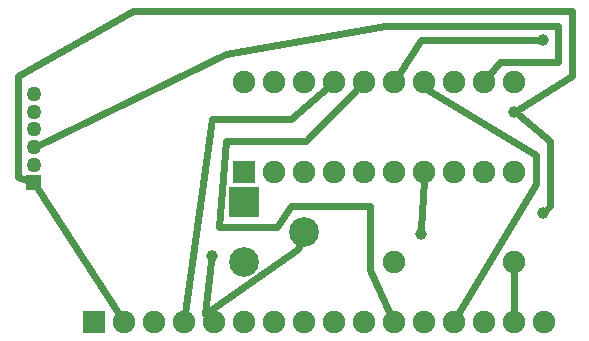
<source format=gbl>
G04 MADE WITH FRITZING*
G04 WWW.FRITZING.ORG*
G04 DOUBLE SIDED*
G04 HOLES PLATED*
G04 CONTOUR ON CENTER OF CONTOUR VECTOR*
%ASAXBY*%
%FSLAX23Y23*%
%MOIN*%
%OFA0B0*%
%SFA1.0B1.0*%
%ADD10C,0.075000*%
%ADD11C,0.099000*%
%ADD12C,0.050000*%
%ADD13C,0.039370*%
%ADD14R,0.075000X0.075000*%
%ADD15R,0.099000X0.099000*%
%ADD16C,0.024000*%
%ADD17R,0.001000X0.001000*%
%LNCOPPER0*%
G90*
G70*
G54D10*
X802Y578D03*
X802Y878D03*
X902Y578D03*
X902Y878D03*
X1002Y578D03*
X1002Y878D03*
X1102Y578D03*
X1102Y878D03*
X1202Y578D03*
X1202Y878D03*
X1302Y578D03*
X1302Y878D03*
X1402Y578D03*
X1402Y878D03*
X1502Y578D03*
X1502Y878D03*
X1602Y578D03*
X1602Y878D03*
X1702Y578D03*
X1702Y878D03*
X1702Y278D03*
X1302Y278D03*
G54D11*
X802Y278D03*
X802Y478D03*
X1002Y378D03*
G54D12*
X102Y542D03*
X102Y601D03*
X102Y660D03*
X102Y719D03*
X102Y778D03*
X102Y837D03*
G54D10*
X302Y78D03*
X402Y78D03*
X502Y78D03*
X602Y78D03*
X702Y78D03*
X802Y78D03*
X902Y78D03*
X1002Y78D03*
X1102Y78D03*
X1202Y78D03*
X1302Y78D03*
X1402Y78D03*
X1502Y78D03*
X1602Y78D03*
X1702Y78D03*
X1802Y78D03*
G54D13*
X1800Y1017D03*
X1704Y777D03*
X1800Y441D03*
X1392Y369D03*
X696Y297D03*
G54D14*
X802Y578D03*
G54D15*
X802Y478D03*
G54D14*
X302Y78D03*
G54D16*
X1702Y106D02*
X1702Y249D01*
D02*
X1415Y852D02*
X1416Y849D01*
D02*
X1416Y849D02*
X1776Y633D01*
D02*
X1776Y633D02*
X1776Y537D01*
D02*
X1776Y537D02*
X1517Y102D01*
D02*
X1182Y857D02*
X1008Y681D01*
D02*
X1008Y681D02*
X744Y681D01*
D02*
X744Y681D02*
X720Y393D01*
D02*
X720Y393D02*
X912Y393D01*
D02*
X912Y393D02*
X960Y465D01*
D02*
X960Y465D02*
X1224Y465D01*
D02*
X1224Y465D02*
X1224Y249D01*
D02*
X1224Y249D02*
X1290Y104D01*
D02*
X1081Y859D02*
X960Y753D01*
D02*
X960Y753D02*
X696Y753D01*
D02*
X696Y753D02*
X606Y106D01*
D02*
X1318Y902D02*
X1392Y1017D01*
D02*
X1392Y1017D02*
X1781Y1017D01*
D02*
X1620Y900D02*
X1656Y945D01*
D02*
X1656Y945D02*
X1848Y945D01*
D02*
X1848Y945D02*
X1848Y1065D01*
D02*
X1848Y1065D02*
X1272Y1065D01*
D02*
X1272Y1065D02*
X744Y969D01*
D02*
X744Y969D02*
X126Y671D01*
D02*
X117Y519D02*
X387Y102D01*
D02*
X1720Y787D02*
X1896Y897D01*
D02*
X1896Y897D02*
X1896Y1113D01*
D02*
X1896Y1113D02*
X432Y1113D01*
D02*
X432Y1113D02*
X48Y897D01*
D02*
X48Y897D02*
X48Y561D01*
D02*
X48Y561D02*
X77Y551D01*
D02*
X1813Y455D02*
X1824Y465D01*
D02*
X1824Y465D02*
X1824Y681D01*
D02*
X1824Y681D02*
X1719Y766D01*
D02*
X1393Y388D02*
X1401Y549D01*
D02*
X693Y279D02*
X672Y105D01*
D02*
X672Y105D02*
X681Y97D01*
D02*
X992Y348D02*
X984Y321D01*
D02*
X984Y321D02*
X672Y105D01*
G54D17*
X77Y567D02*
X126Y567D01*
X77Y566D02*
X126Y566D01*
X77Y565D02*
X126Y565D01*
X77Y564D02*
X126Y564D01*
X77Y563D02*
X126Y563D01*
X77Y562D02*
X126Y562D01*
X77Y561D02*
X126Y561D01*
X77Y560D02*
X126Y560D01*
X77Y559D02*
X126Y559D01*
X77Y558D02*
X97Y558D01*
X106Y558D02*
X126Y558D01*
X77Y557D02*
X95Y557D01*
X109Y557D02*
X126Y557D01*
X77Y556D02*
X93Y556D01*
X111Y556D02*
X126Y556D01*
X77Y555D02*
X91Y555D01*
X112Y555D02*
X126Y555D01*
X77Y554D02*
X90Y554D01*
X113Y554D02*
X126Y554D01*
X77Y553D02*
X89Y553D01*
X114Y553D02*
X126Y553D01*
X77Y552D02*
X88Y552D01*
X115Y552D02*
X126Y552D01*
X77Y551D02*
X88Y551D01*
X116Y551D02*
X126Y551D01*
X77Y550D02*
X87Y550D01*
X116Y550D02*
X126Y550D01*
X77Y549D02*
X87Y549D01*
X117Y549D02*
X126Y549D01*
X77Y548D02*
X86Y548D01*
X117Y548D02*
X126Y548D01*
X77Y547D02*
X86Y547D01*
X117Y547D02*
X126Y547D01*
X77Y546D02*
X86Y546D01*
X118Y546D02*
X126Y546D01*
X77Y545D02*
X86Y545D01*
X118Y545D02*
X126Y545D01*
X77Y544D02*
X86Y544D01*
X118Y544D02*
X126Y544D01*
X77Y543D02*
X85Y543D01*
X118Y543D02*
X126Y543D01*
X77Y542D02*
X85Y542D01*
X118Y542D02*
X126Y542D01*
X77Y541D02*
X86Y541D01*
X118Y541D02*
X126Y541D01*
X77Y540D02*
X86Y540D01*
X118Y540D02*
X126Y540D01*
X77Y539D02*
X86Y539D01*
X117Y539D02*
X126Y539D01*
X77Y538D02*
X86Y538D01*
X117Y538D02*
X126Y538D01*
X77Y537D02*
X87Y537D01*
X117Y537D02*
X126Y537D01*
X77Y536D02*
X87Y536D01*
X116Y536D02*
X126Y536D01*
X77Y535D02*
X88Y535D01*
X116Y535D02*
X126Y535D01*
X77Y534D02*
X88Y534D01*
X115Y534D02*
X126Y534D01*
X77Y533D02*
X89Y533D01*
X114Y533D02*
X126Y533D01*
X77Y532D02*
X90Y532D01*
X114Y532D02*
X126Y532D01*
X77Y531D02*
X91Y531D01*
X112Y531D02*
X126Y531D01*
X77Y530D02*
X92Y530D01*
X111Y530D02*
X126Y530D01*
X77Y529D02*
X94Y529D01*
X110Y529D02*
X126Y529D01*
X77Y528D02*
X96Y528D01*
X107Y528D02*
X126Y528D01*
X77Y527D02*
X126Y527D01*
X77Y526D02*
X126Y526D01*
X77Y525D02*
X126Y525D01*
X77Y524D02*
X126Y524D01*
X77Y523D02*
X126Y523D01*
X77Y522D02*
X126Y522D01*
X77Y521D02*
X126Y521D01*
X77Y520D02*
X126Y520D01*
X77Y519D02*
X126Y519D01*
X77Y518D02*
X126Y518D01*
D02*
G04 End of Copper0*
M02*
</source>
